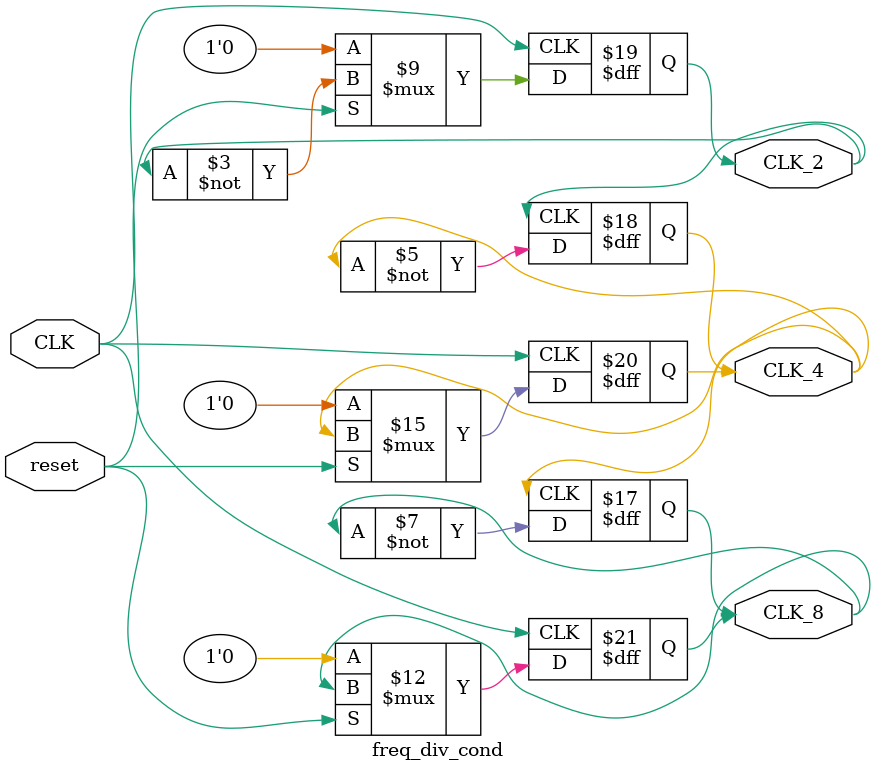
<source format=v>
module freq_div_cond( input       CLK,
                      input       reset,
                      output reg  CLK_2,
                      output reg  CLK_4,
                      output reg  CLK_8
  );

  // wire CLK_2_to_CLK_4, CLK_4_to_CLK_8;

  always @ (posedge CLK) begin
    if (~reset) begin
      CLK_2 <= 1'b0;
      CLK_4 <= 1'b0;
      CLK_8 <= 1'b0;
    end else begin
      CLK_2 <= ~CLK_2;
    end
  end

  always @ (posedge CLK_2) begin
    CLK_4 <= ~CLK_4;
  end

  always @ (posedge CLK_4) begin
    CLK_8 <= ~CLK_8;
  end

endmodule

</source>
